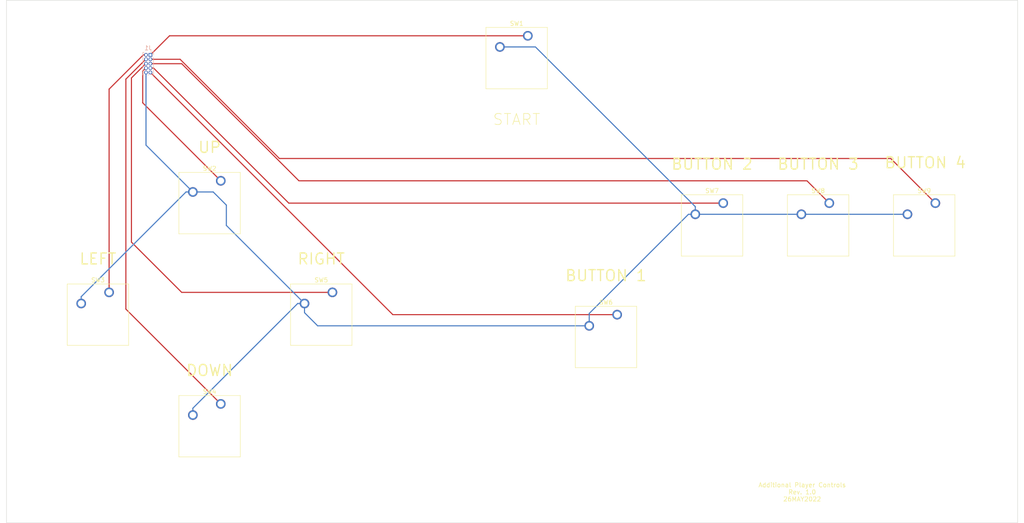
<source format=kicad_pcb>
(kicad_pcb (version 20211014) (generator pcbnew)
  (title_block (title "My most incredible PCB design") (rev "ZZ") (comment 1 "Absolutley incredible, 10/10"))
  (layers (0 "F.Cu" signal) (31 "B.Cu" signal) (34 "B.Paste" user) (35 "F.Paste" user) (36 "B.SilkS" user "B.Silkscreen") (37 "F.SilkS" user "F.Silkscreen") (38 "B.Mask" user) (39 "F.Mask" user) (44 "Edge.Cuts" user))
  (net 0 "")
  (net 1 "Net-(J1-Pad1)")
  (net 2 "Net-(J1-Pad2)")
  (net 3 "Net-(J1-Pad3)")
  (net 4 "Net-(J1-Pad4)")
  (net 5 "Net-(J1-Pad5)")
  (net 6 "Net-(J1-Pad6)")
  (net 7 "Net-(J1-Pad7)")
  (net 8 "Net-(J1-Pad8)")
  (net 9 "Net-(J1-Pad9)")
  (net 10 "Net-(J1-Pad10)")
  (footprint "Library:MountingHole_3.2mm_M3" (layer "F.Cu") (at 252 38)
    (fp_text reference "MH")
    (fp_text value "MountingHole_3.2mm_M3")
    (pad "" np_thru_hole circle (at 0 0) (size 3.2 3.2) (drill 3.2) (layers *.Cu *.Mask))
  )
  (footprint "Library:SW_Cherry_MX_1.00u_PCB" (layer "F.Cu") (at 168.91 101.6)
    (fp_text reference "SW6" (at -2.54 -2.794) (layer "F.SilkS"))
    (fp_text value "CherryMX")
    (fp_line (start -9.525 -1.905) (end 4.445 -1.905) (layer "F.SilkS") (width 0.12))
    (fp_line (start -9.525 12.065) (end -9.525 -1.905) (layer "F.SilkS") (width 0.12))
    (fp_line (start 4.445 12.065) (end -9.525 12.065) (layer "F.SilkS") (width 0.12))
    (fp_line (start 4.445 -1.905) (end 4.445 12.065) (layer "F.SilkS") (width 0.12))
    (pad "" np_thru_hole circle (at -2.54 5.08) (size 4 4) (drill 4) (layers *.Cu *.Mask))
    (pad "" np_thru_hole circle (at 2.54 5.08) (size 1.7 1.7) (drill 1.7) (layers *.Cu *.Mask))
    (pad "" np_thru_hole circle (at -7.62 5.08) (size 1.7 1.7) (drill 1.7) (layers *.Cu *.Mask))
    (pad "1" thru_hole circle (at 0 0) (size 2.2 2.2) (drill 1.5) (layers *.Cu *.Mask) (net 9 "Net-(J1-Pad9)"))
    (pad "2" thru_hole circle (at -6.35 2.54) (size 2.2 2.2) (drill 1.5) (layers *.Cu *.Mask) (net 10 "Net-(J1-Pad10)"))
  )
  (footprint "Library:SW_Cherry_MX_1.00u_PCB" (layer "F.Cu") (at 241.3 76.2)
    (fp_text reference "SW9" (at -2.54 -2.794) (layer "F.SilkS"))
    (fp_text value "CherryMX")
    (fp_line (start 4.445 12.065) (end -9.525 12.065) (layer "F.SilkS") (width 0.12))
    (fp_line (start -9.525 -1.905) (end 4.445 -1.905) (layer "F.SilkS") (width 0.12))
    (fp_line (start 4.445 -1.905) (end 4.445 12.065) (layer "F.SilkS") (width 0.12))
    (fp_line (start -9.525 12.065) (end -9.525 -1.905) (layer "F.SilkS") (width 0.12))
    (pad "" np_thru_hole circle (at 2.54 5.08) (size 1.7 1.7) (drill 1.7) (layers *.Cu *.Mask))
    (pad "" np_thru_hole circle (at -2.54 5.08) (size 4 4) (drill 4) (layers *.Cu *.Mask))
    (pad "" np_thru_hole circle (at -7.62 5.08) (size 1.7 1.7) (drill 1.7) (layers *.Cu *.Mask))
    (pad "1" thru_hole circle (at 0 0) (size 2.2 2.2) (drill 1.5) (layers *.Cu *.Mask) (net 3 "Net-(J1-Pad3)"))
    (pad "2" thru_hole circle (at -6.35 2.54) (size 2.2 2.2) (drill 1.5) (layers *.Cu *.Mask) (net 10 "Net-(J1-Pad10)"))
  )
  (footprint "Library:SW_Cherry_MX_1.00u_PCB" (layer "F.Cu") (at 78.74 71.12)
    (fp_text reference "SW2" (at -2.54 -2.794) (layer "F.SilkS"))
    (fp_text value "CherryMX")
    (fp_line (start -9.525 12.065) (end -9.525 -1.905) (layer "F.SilkS") (width 0.12))
    (fp_line (start -9.525 -1.905) (end 4.445 -1.905) (layer "F.SilkS") (width 0.12))
    (fp_line (start 4.445 12.065) (end -9.525 12.065) (layer "F.SilkS") (width 0.12))
    (fp_line (start 4.445 -1.905) (end 4.445 12.065) (layer "F.SilkS") (width 0.12))
    (pad "" np_thru_hole circle (at -2.54 5.08) (size 4 4) (drill 4) (layers *.Cu *.Mask))
    (pad "" np_thru_hole circle (at 2.54 5.08) (size 1.7 1.7) (drill 1.7) (layers *.Cu *.Mask))
    (pad "" np_thru_hole circle (at -7.62 5.08) (size 1.7 1.7) (drill 1.7) (layers *.Cu *.Mask))
    (pad "1" thru_hole circle (at 0 0) (size 2.2 2.2) (drill 1.5) (layers *.Cu *.Mask) (net 8 "Net-(J1-Pad8)"))
    (pad "2" thru_hole circle (at -6.35 2.54) (size 2.2 2.2) (drill 1.5) (layers *.Cu *.Mask) (net 10 "Net-(J1-Pad10)"))
  )
  (footprint "Library:MountingHole_3.2mm_M3" (layer "F.Cu") (at 252 141)
    (fp_text reference "MH")
    (fp_text value "MountingHole_3.2mm_M3")
    (pad "" np_thru_hole circle (at 0 0) (size 3.2 3.2) (drill 3.2) (layers *.Cu *.Mask))
  )
  (footprint "Library:SW_Cherry_MX_1.00u_PCB" (layer "F.Cu") (at 104.14 96.52)
    (fp_text reference "SW5" (at -2.54 -2.794) (layer "F.SilkS"))
    (fp_text value "CherryMX")
    (fp_line (start 4.445 -1.905) (end 4.445 12.065) (layer "F.SilkS") (width 0.12))
    (fp_line (start -9.525 -1.905) (end 4.445 -1.905) (layer "F.SilkS") (width 0.12))
    (fp_line (start -9.525 12.065) (end -9.525 -1.905) (layer "F.SilkS") (width 0.12))
    (fp_line (start 4.445 12.065) (end -9.525 12.065) (layer "F.SilkS") (width 0.12))
    (pad "" np_thru_hole circle (at -2.54 5.08) (size 4 4) (drill 4) (layers *.Cu *.Mask))
    (pad "" np_thru_hole circle (at -7.62 5.08) (size 1.7 1.7) (drill 1.7) (layers *.Cu *.Mask))
    (pad "" np_thru_hole circle (at 2.54 5.08) (size 1.7 1.7) (drill 1.7) (layers *.Cu *.Mask))
    (pad "1" thru_hole circle (at 0 0) (size 2.2 2.2) (drill 1.5) (layers *.Cu *.Mask) (net 6 "Net-(J1-Pad6)"))
    (pad "2" thru_hole circle (at -6.35 2.54) (size 2.2 2.2) (drill 1.5) (layers *.Cu *.Mask) (net 10 "Net-(J1-Pad10)"))
  )
  (footprint "Library:SW_Cherry_MX_1.00u_PCB" (layer "F.Cu") (at 148.59 38.1)
    (fp_text reference "SW1" (at -2.54 -2.794) (layer "F.SilkS"))
    (fp_text value "CherryMX")
    (fp_line (start 4.445 12.065) (end -9.525 12.065) (layer "F.SilkS") (width 0.12))
    (fp_line (start -9.525 -1.905) (end 4.445 -1.905) (layer "F.SilkS") (width 0.12))
    (fp_line (start 4.445 -1.905) (end 4.445 12.065) (layer "F.SilkS") (width 0.12))
    (fp_line (start -9.525 12.065) (end -9.525 -1.905) (layer "F.SilkS") (width 0.12))
    (pad "" np_thru_hole circle (at 2.54 5.08) (size 1.7 1.7) (drill 1.7) (layers *.Cu *.Mask))
    (pad "" np_thru_hole circle (at -7.62 5.08) (size 1.7 1.7) (drill 1.7) (layers *.Cu *.Mask))
    (pad "" np_thru_hole circle (at -2.54 5.08) (size 4 4) (drill 4) (layers *.Cu *.Mask))
    (pad "1" thru_hole circle (at 0 0) (size 2.2 2.2) (drill 1.5) (layers *.Cu *.Mask) (net 1 "Net-(J1-Pad1)"))
    (pad "2" thru_hole circle (at -6.35 2.54) (size 2.2 2.2) (drill 1.5) (layers *.Cu *.Mask) (net 10 "Net-(J1-Pad10)"))
  )
  (footprint "Library:MountingHole_3.2mm_M3" (layer "F.Cu") (at 38 38)
    (fp_text reference "MH")
    (fp_text value "MountingHole_3.2mm_M3")
    (pad "" np_thru_hole circle (at 0 0) (size 3.2 3.2) (drill 3.2) (layers *.Cu *.Mask))
  )
  (footprint "Library:SW_Cherry_MX_1.00u_PCB" (layer "F.Cu") (at 78.74 121.92)
    (fp_text reference "SW4" (at -2.54 -2.794) (layer "F.SilkS"))
    (fp_text value "CherryMX")
    (fp_line (start 4.445 -1.905) (end 4.445 12.065) (layer "F.SilkS") (width 0.12))
    (fp_line (start -9.525 12.065) (end -9.525 -1.905) (layer "F.SilkS") (width 0.12))
    (fp_line (start -9.525 -1.905) (end 4.445 -1.905) (layer "F.SilkS") (width 0.12))
    (fp_line (start 4.445 12.065) (end -9.525 12.065) (layer "F.SilkS") (width 0.12))
    (pad "" np_thru_hole circle (at 2.54 5.08) (size 1.7 1.7) (drill 1.7) (layers *.Cu *.Mask))
    (pad "" np_thru_hole circle (at -2.54 5.08) (size 4 4) (drill 4) (layers *.Cu *.Mask))
    (pad "" np_thru_hole circle (at -7.62 5.08) (size 1.7 1.7) (drill 1.7) (layers *.Cu *.Mask))
    (pad "1" thru_hole circle (at 0 0) (size 2.2 2.2) (drill 1.5) (layers *.Cu *.Mask) (net 4 "Net-(J1-Pad4)"))
    (pad "2" thru_hole circle (at -6.35 2.54) (size 2.2 2.2) (drill 1.5) (layers *.Cu *.Mask) (net 10 "Net-(J1-Pad10)"))
  )
  (footprint "Library:MountingHole_3.2mm_M3" (layer "F.Cu") (at 38 141)
    (fp_text reference "MH")
    (fp_text value "MountingHole_3.2mm_M3")
    (pad "" np_thru_hole circle (at 0 0) (size 3.2 3.2) (drill 3.2) (layers *.Cu *.Mask))
  )
  (footprint "Library:SW_Cherry_MX_1.00u_PCB" (layer "F.Cu") (at 53.34 96.52)
    (fp_text reference "SW3" (at -2.54 -2.794) (layer "F.SilkS"))
    (fp_text value "CherryMX")
    (fp_line (start -9.525 -1.905) (end 4.445 -1.905) (layer "F.SilkS") (width 0.12))
    (fp_line (start -9.525 12.065) (end -9.525 -1.905) (layer "F.SilkS") (width 0.12))
    (fp_line (start 4.445 -1.905) (end 4.445 12.065) (layer "F.SilkS") (width 0.12))
    (fp_line (start 4.445 12.065) (end -9.525 12.065) (layer "F.SilkS") (width 0.12))
    (pad "" np_thru_hole circle (at -2.54 5.08) (size 4 4) (drill 4) (layers *.Cu *.Mask))
    (pad "" np_thru_hole circle (at -7.62 5.08) (size 1.7 1.7) (drill 1.7) (layers *.Cu *.Mask))
    (pad "" np_thru_hole circle (at 2.54 5.08) (size 1.7 1.7) (drill 1.7) (layers *.Cu *.Mask))
    (pad "1" thru_hole circle (at 0 0) (size 2.2 2.2) (drill 1.5) (layers *.Cu *.Mask) (net 2 "Net-(J1-Pad2)"))
    (pad "2" thru_hole circle (at -6.35 2.54) (size 2.2 2.2) (drill 1.5) (layers *.Cu *.Mask) (net 10 "Net-(J1-Pad10)"))
  )
  (footprint "Library:SW_Cherry_MX_1.00u_PCB" (layer "F.Cu") (at 217.17 76.2)
    (fp_text reference "SW8" (at -2.54 -2.794) (layer "F.SilkS"))
    (fp_text value "CherryMX")
    (fp_line (start -9.525 12.065) (end -9.525 -1.905) (layer "F.SilkS") (width 0.12))
    (fp_line (start -9.525 -1.905) (end 4.445 -1.905) (layer "F.SilkS") (width 0.12))
    (fp_line (start 4.445 12.065) (end -9.525 12.065) (layer "F.SilkS") (width 0.12))
    (fp_line (start 4.445 -1.905) (end 4.445 12.065) (layer "F.SilkS") (width 0.12))
    (pad "" np_thru_hole circle (at 2.54 5.08) (size 1.7 1.7) (drill 1.7) (layers *.Cu *.Mask))
    (pad "" np_thru_hole circle (at -7.62 5.08) (size 1.7 1.7) (drill 1.7) (layers *.Cu *.Mask))
    (pad "" np_thru_hole circle (at -2.54 5.08) (size 4 4) (drill 4) (layers *.Cu *.Mask))
    (pad "1" thru_hole circle (at 0 0) (size 2.2 2.2) (drill 1.5) (layers *.Cu *.Mask) (net 5 "Net-(J1-Pad5)"))
    (pad "2" thru_hole circle (at -6.35 2.54) (size 2.2 2.2) (drill 1.5) (layers *.Cu *.Mask) (net 10 "Net-(J1-Pad10)"))
  )
  (footprint "Library:SW_Cherry_MX_1.00u_PCB" (layer "F.Cu") (at 193.04 76.2)
    (fp_text reference "SW7" (at -2.54 -2.794) (layer "F.SilkS"))
    (fp_text value "CherryMX")
    (fp_line (start -9.525 12.065) (end -9.525 -1.905) (layer "F.SilkS") (width 0.12))
    (fp_line (start 4.445 -1.905) (end 4.445 12.065) (layer "F.SilkS") (width 0.12))
    (fp_line (start 4.445 12.065) (end -9.525 12.065) (layer "F.SilkS") (width 0.12))
    (fp_line (start -9.525 -1.905) (end 4.445 -1.905) (layer "F.SilkS") (width 0.12))
    (pad "" np_thru_hole circle (at -7.62 5.08) (size 1.7 1.7) (drill 1.7) (layers *.Cu *.Mask))
    (pad "" np_thru_hole circle (at -2.54 5.08) (size 4 4) (drill 4) (layers *.Cu *.Mask))
    (pad "" np_thru_hole circle (at 2.54 5.08) (size 1.7 1.7) (drill 1.7) (layers *.Cu *.Mask))
    (pad "1" thru_hole circle (at 0 0) (size 2.2 2.2) (drill 1.5) (layers *.Cu *.Mask) (net 7 "Net-(J1-Pad7)"))
    (pad "2" thru_hole circle (at -6.35 2.54) (size 2.2 2.2) (drill 1.5) (layers *.Cu *.Mask) (net 10 "Net-(J1-Pad10)"))
  )
  (footprint "Library:PinHeader_2x05_P1.00mm_Vertical" (layer "B.Cu") (at 62.73 42.45 180)
    (fp_text reference "J1" (at 0.5 1.56) (layer "B.SilkS") (effects (justify mirror)))
    (fp_text value "Conn_01x10")
    (fp_line (start 1.71 0.56) (end 1.71 -4.56) (layer "B.SilkS") (width 0.12))
    (fp_line (start -0.71 -4.56) (end -0.394493 -4.56) (layer "B.SilkS") (width 0.12))
    (fp_line (start 1.394493 0.56) (end 1.71 0.56) (layer "B.SilkS") (width 0.12))
    (fp_line (start -0.71 0.685) (end 0 0.685) (layer "B.SilkS") (width 0.12))
    (fp_line (start -0.71 0) (end -0.71 0.685) (layer "B.SilkS") (width 0.12))
    (fp_line (start -0.71 -0.685) (end -0.608276 -0.685) (layer "B.SilkS") (width 0.12))
    (fp_line (start 1.394493 -4.56) (end 1.71 -4.56) (layer "B.SilkS") (width 0.12))
    (fp_line (start 0.394493 -4.56) (end 0.605507 -4.56) (layer "B.SilkS") (width 0.12))
    (fp_line (start -0.71 -0.685) (end -0.71 -4.56) (layer "B.SilkS") (width 0.12))
    (pad "1" thru_hole rect (at 0 0) (size 0.85 0.85) (drill 0.5) (layers *.Cu *.Mask) (net 1 "Net-(J1-Pad1)"))
    (pad "2" thru_hole oval (at 1 0) (size 0.85 0.85) (drill 0.5) (layers *.Cu *.Mask) (net 2 "Net-(J1-Pad2)"))
    (pad "3" thru_hole oval (at 0 -1) (size 0.85 0.85) (drill 0.5) (layers *.Cu *.Mask) (net 3 "Net-(J1-Pad3)"))
    (pad "4" thru_hole oval (at 1 -1) (size 0.85 0.85) (drill 0.5) (layers *.Cu *.Mask) (net 4 "Net-(J1-Pad4)"))
    (pad "5" thru_hole oval (at 0 -2) (size 0.85 0.85) (drill 0.5) (layers *.Cu *.Mask) (net 5 "Net-(J1-Pad5)"))
    (pad "6" thru_hole oval (at 1 -2) (size 0.85 0.85) (drill 0.5) (layers *.Cu *.Mask) (net 6 "Net-(J1-Pad6)"))
    (pad "7" thru_hole oval (at 0 -3) (size 0.85 0.85) (drill 0.5) (layers *.Cu *.Mask) (net 7 "Net-(J1-Pad7)"))
    (pad "8" thru_hole oval (at 1 -3) (size 0.85 0.85) (drill 0.5) (layers *.Cu *.Mask) (net 8 "Net-(J1-Pad8)"))
    (pad "9" thru_hole oval (at 0 -4) (size 0.85 0.85) (drill 0.5) (layers *.Cu *.Mask) (net 9 "Net-(J1-Pad9)"))
    (pad "10" thru_hole oval (at 1 -4) (size 0.85 0.85) (drill 0.5) (layers *.Cu *.Mask) (net 10 "Net-(J1-Pad10)"))
  )
  (gr_rect (start 30 149) (end 260 30) (layer "Edge.Cuts") (width 0.1) (fill none))
  (gr_text "UP" (at 76.2 63.5) (layer "F.SilkS") (effects (font (size 2.5 2.5) (thickness 0.3))))
  (gr_text "RIGHT\n" (at 101.6 88.9) (layer "F.SilkS") (effects (font (size 2.5 2.5) (thickness 0.3))))
  (gr_text "START" (at 146.05 57.15) (layer "F.SilkS") (effects (font (size 2.5 2.5))))
  (gr_text "BUTTON 3\n" (at 214.63 67.31) (layer "F.SilkS") (effects (font (size 2.5 2.5) (thickness 0.3))))
  (gr_text "LEFT\n" (at 50.8 88.9) (layer "F.SilkS") (effects (font (size 2.5 2.5) (thickness 0.3))))
  (gr_text "BUTTON 4\n" (at 239 67) (layer "F.SilkS") (effects (font (size 2.5 2.5) (thickness 0.3))))
  (gr_text "BUTTON 1\n" (at 166.37 92.71) (layer "F.SilkS") (effects (font (size 2.5 2.5) (thickness 0.3))))
  (gr_text "Additional Player Controls\nRev. 1.0\n26MAY2022" (at 211 142) (layer "F.SilkS") (effects (font (size 1 1))))
  (gr_text "DOWN\n" (at 76.2 114.3) (layer "F.SilkS") (effects (font (size 2.5 2.5) (thickness 0.3))))
  (gr_text "BUTTON 2\n" (at 190.5 67.31) (layer "F.SilkS") (effects (font (size 2.5 2.5) (thickness 0.3))))
  (segment (start 148.59 38.1) (end 67.08 38.1) (width 0.25) (layer "F.Cu") (net 1))
  (segment (start 67.08 38.1) (end 62.73 42.45) (width 0.25) (layer "F.Cu") (net 1))
  (segment (start 53.34 50.23896) (end 53.34 96.52) (width 0.25) (layer "F.Cu") (net 2))
  (segment (start 61.73 42.45) (end 61.12896 42.45) (width 0.25) (layer "F.Cu") (net 2))
  (segment (start 61.12896 42.45) (end 53.34 50.23896) (width 0.25) (layer "F.Cu") (net 2))
  (segment (start 69.485704 43.45) (end 62.73 43.45) (width 0.25) (layer "F.Cu") (net 3))
  (segment (start 231.14 66.04) (end 92.075704 66.04) (width 0.25) (layer "F.Cu") (net 3))
  (segment (start 241.3 76.2) (end 231.14 66.04) (width 0.25) (layer "F.Cu") (net 3))
  (segment (start 92.075704 66.04) (end 69.485704 43.45) (width 0.25) (layer "F.Cu") (net 3))
  (segment (start 57.15 100.33) (end 78.74 121.92) (width 0.25) (layer "F.Cu") (net 4))
  (segment (start 57.15 47.97003) (end 57.15 100.33) (width 0.25) (layer "F.Cu") (net 4))
  (segment (start 61.419541 43.700489) (end 57.15 47.97003) (width 0.25) (layer "F.Cu") (net 4))
  (segment (start 61.73 43.45) (end 61.479511 43.700489) (width 0.25) (layer "F.Cu") (net 4))
  (segment (start 61.479511 43.700489) (end 61.419541 43.700489) (width 0.25) (layer "F.Cu") (net 4))
  (segment (start 212.09 71.12) (end 96.52 71.12) (width 0.25) (layer "F.Cu") (net 5))
  (segment (start 217.17 76.2) (end 212.09 71.12) (width 0.25) (layer "F.Cu") (net 5))
  (segment (start 96.52 71.12) (end 69.85 44.45) (width 0.25) (layer "F.Cu") (net 5))
  (segment (start 69.85 44.45) (end 62.73 44.45) (width 0.25) (layer "F.Cu") (net 5))
  (segment (start 61.67003 44.45) (end 58.42 47.70003) (width 0.25) (layer "F.Cu") (net 6))
  (segment (start 69.85 96.52) (end 104.14 96.52) (width 0.25) (layer "F.Cu") (net 6))
  (segment (start 58.42 85.09) (end 69.85 96.52) (width 0.25) (layer "F.Cu") (net 6))
  (segment (start 61.73 44.45) (end 61.67003 44.45) (width 0.25) (layer "F.Cu") (net 6))
  (segment (start 58.42 47.70003) (end 58.42 85.09) (width 0.25) (layer "F.Cu") (net 6))
  (segment (start 193.04 76.2) (end 94.208592 76.2) (width 0.25) (layer "F.Cu") (net 7))
  (segment (start 94.208592 76.2) (end 63.458592 45.45) (width 0.25) (layer "F.Cu") (net 7))
  (segment (start 63.458592 45.45) (end 62.73 45.45) (width 0.25) (layer "F.Cu") (net 7))
  (segment (start 61.73 45.45) (end 61.67003 45.45) (width 0.25) (layer "F.Cu") (net 8))
  (segment (start 60.980489 46.139541) (end 60.980489 53.360489) (width 0.25) (layer "F.Cu") (net 8))
  (segment (start 60.980489 53.360489) (end 78.74 71.12) (width 0.25) (layer "F.Cu") (net 8))
  (segment (start 61.67003 45.45) (end 60.980489 46.139541) (width 0.25) (layer "F.Cu") (net 8))
  (segment (start 168.91 101.6) (end 117.88 101.6) (width 0.25) (layer "F.Cu") (net 9))
  (segment (start 117.88 101.6) (end 62.73 46.45) (width 0.25) (layer "F.Cu") (net 9))
  (segment (start 46.99 97.504366) (end 46.99 99.06) (width 0.25) (layer "B.Cu") (net 10))
  (segment (start 162.56 101.314366) (end 162.56 104.14) (width 0.25) (layer "B.Cu") (net 10))
  (segment (start 100.781919 104.14) (end 97.79 101.148081) (width 0.25) (layer "B.Cu") (net 10))
  (segment (start 72.39 124.46) (end 72.39 122.904366) (width 0.25) (layer "B.Cu") (net 10))
  (segment (start 80.01 76.651919) (end 80.01 81.28) (width 0.25) (layer "B.Cu") (net 10))
  (segment (start 77.018081 73.66) (end 80.01 76.651919) (width 0.25) (layer "B.Cu") (net 10))
  (segment (start 150.321735 40.64) (end 142.24 40.64) (width 0.25) (layer "B.Cu") (net 10))
  (segment (start 185.134366 78.74) (end 162.56 101.314366) (width 0.25) (layer "B.Cu") (net 10))
  (segment (start 96.234366 99.06) (end 97.79 99.06) (width 0.25) (layer "B.Cu") (net 10))
  (segment (start 186.69 77.008265) (end 150.321735 40.64) (width 0.25) (layer "B.Cu") (net 10))
  (segment (start 162.56 104.14) (end 100.781919 104.14) (width 0.25) (layer "B.Cu") (net 10))
  (segment (start 186.69 78.74) (end 185.134366 78.74) (width 0.25) (layer "B.Cu") (net 10))
  (segment (start 70.834366 73.66) (end 46.99 97.504366) (width 0.25) (layer "B.Cu") (net 10))
  (segment (start 72.39 122.904366) (end 96.234366 99.06) (width 0.25) (layer "B.Cu") (net 10))
  (segment (start 72.39 73.66) (end 61.73 63) (width 0.25) (layer "B.Cu") (net 10))
  (segment (start 97.79 101.148081) (end 97.79 99.06) (width 0.25) (layer "B.Cu") (net 10))
  (segment (start 210.82 78.74) (end 186.69 78.74) (width 0.25) (layer "B.Cu") (net 10))
  (segment (start 186.69 78.74) (end 186.69 77.008265) (width 0.25) (layer "B.Cu") (net 10))
  (segment (start 80.01 81.28) (end 97.79 99.06) (width 0.25) (layer "B.Cu") (net 10))
  (segment (start 234.95 78.74) (end 210.82 78.74) (width 0.25) (layer "B.Cu") (net 10))
  (segment (start 72.39 73.66) (end 70.834366 73.66) (width 0.25) (layer "B.Cu") (net 10))
  (segment (start 61.73 63) (end 61.73 46.45) (width 0.25) (layer "B.Cu") (net 10))
  (segment (start 72.39 73.66) (end 77.018081 73.66) (width 0.25) (layer "B.Cu") (net 10))
)
</source>
